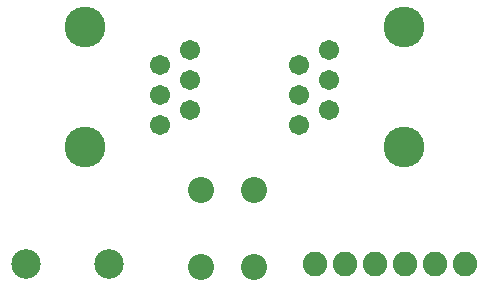
<source format=gts>
G04*
G04 #@! TF.GenerationSoftware,Altium Limited,Altium Designer,24.3.1 (35)*
G04*
G04 Layer_Color=8388736*
%FSLAX44Y44*%
%MOMM*%
G71*
G04*
G04 #@! TF.SameCoordinates,61AFF90D-CADD-405B-AF75-0EC62BA5F508*
G04*
G04*
G04 #@! TF.FilePolarity,Negative*
G04*
G01*
G75*
%ADD10C,2.2032*%
%ADD11C,3.4532*%
%ADD12C,1.7032*%
%ADD13C,2.0828*%
%ADD14C,2.5032*%
D10*
X322500Y392500D02*
D03*
Y327500D02*
D03*
X277500D02*
D03*
Y392500D02*
D03*
D11*
X450000Y530800D02*
D03*
Y429200D02*
D03*
X180000Y530800D02*
D03*
Y429200D02*
D03*
D12*
X386500Y511750D02*
D03*
X361100Y499050D02*
D03*
X386500Y486350D02*
D03*
X361100Y473650D02*
D03*
X386500Y460950D02*
D03*
X361100Y448250D02*
D03*
X268900Y511750D02*
D03*
X243500Y499050D02*
D03*
X268900Y486350D02*
D03*
X243500Y473650D02*
D03*
X268900Y460950D02*
D03*
X243500Y448250D02*
D03*
D13*
X374600Y330000D02*
D03*
X400000D02*
D03*
X425400D02*
D03*
X450800D02*
D03*
X476200D02*
D03*
X501600D02*
D03*
D14*
X130000Y330000D02*
D03*
X200000D02*
D03*
M02*

</source>
